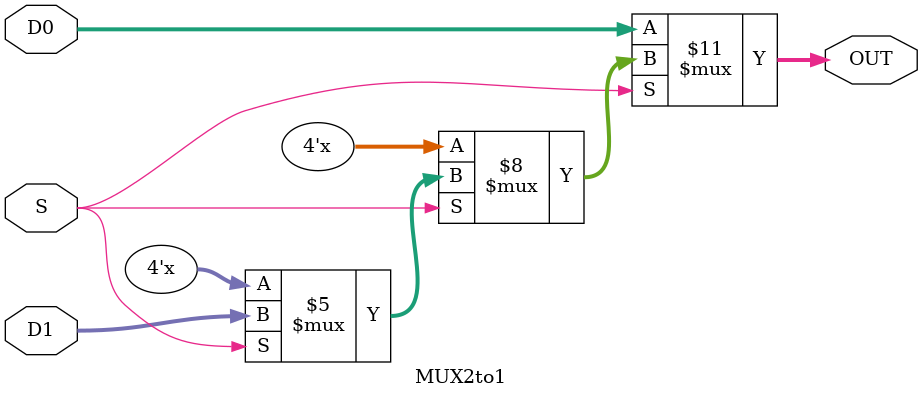
<source format=v>
module MUX2to1(D1,D0,OUT,S);
input [3:0] D1,D0;
input S;
output [3:0] OUT;
reg [3:0] OUT;

always @(D1 or D0 or S) begin
	if( S == 1'b0 )
		OUT = D0;
	else if( S == 1'b1 )
		OUT = D1;
end
endmodule

</source>
